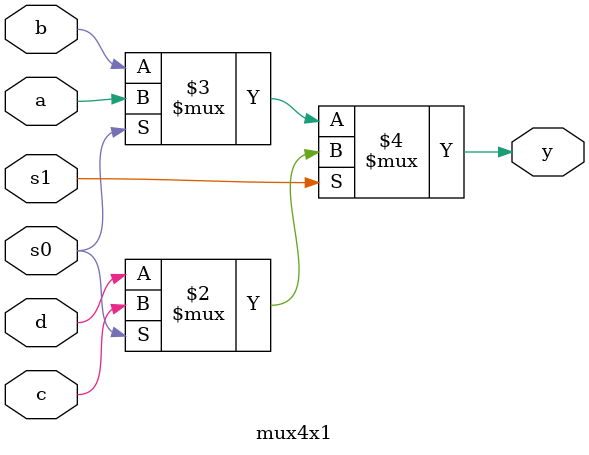
<source format=v>
module mux4x1(input a,b,c,d,s0,s1,output reg y);
  always@(a,b,c,d)begin
    y=(s1?(s0?c:d):(s0?a:b));
  end 
  endmodule

</source>
